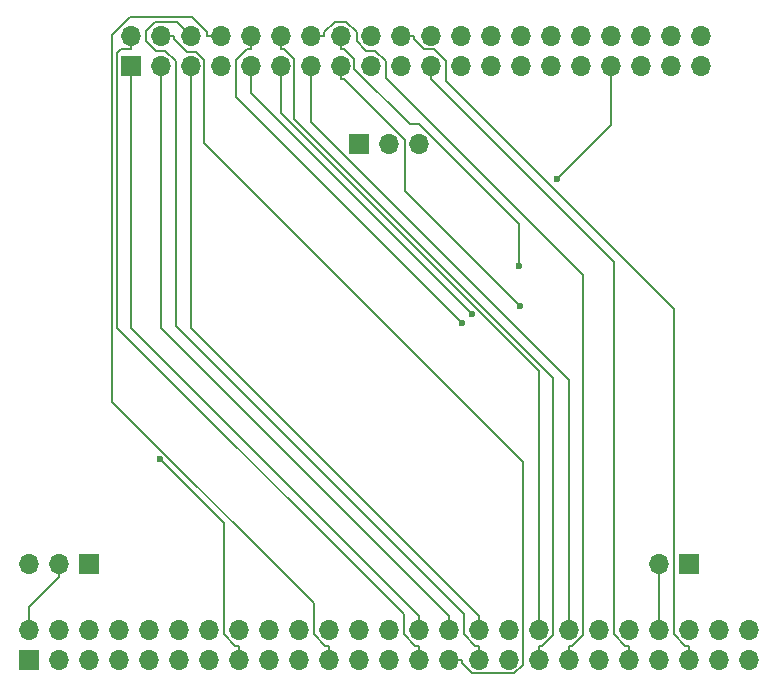
<source format=gbr>
%TF.GenerationSoftware,KiCad,Pcbnew,8.0.5*%
%TF.CreationDate,2024-10-04T15:41:34-04:00*%
%TF.ProjectId,MSX Adapter,4d535820-4164-4617-9074-65722e6b6963,rev?*%
%TF.SameCoordinates,Original*%
%TF.FileFunction,Copper,L1,Top*%
%TF.FilePolarity,Positive*%
%FSLAX46Y46*%
G04 Gerber Fmt 4.6, Leading zero omitted, Abs format (unit mm)*
G04 Created by KiCad (PCBNEW 8.0.5) date 2024-10-04 15:41:34*
%MOMM*%
%LPD*%
G01*
G04 APERTURE LIST*
%TA.AperFunction,ComponentPad*%
%ADD10R,1.700000X1.700000*%
%TD*%
%TA.AperFunction,ComponentPad*%
%ADD11O,1.700000X1.700000*%
%TD*%
%TA.AperFunction,ViaPad*%
%ADD12C,0.600000*%
%TD*%
%TA.AperFunction,Conductor*%
%ADD13C,0.200000*%
%TD*%
G04 APERTURE END LIST*
D10*
%TO.P,U1,1,CS1*%
%TO.N,Net-(J3-Pin_3)*%
X68580000Y-120396000D03*
D11*
%TO.P,U1,2,CS2*%
%TO.N,Net-(J3-Pin_2)*%
X68580000Y-117856000D03*
%TO.P,U1,3,CS12*%
%TO.N,Net-(J3-Pin_1)*%
X71120000Y-120396000D03*
%TO.P,U1,4,/STLSL*%
%TO.N,unconnected-(U1-{slash}STLSL-Pad4)*%
X71120000Y-117856000D03*
%TO.P,U1,5*%
%TO.N,N/C*%
X73660000Y-120396000D03*
%TO.P,U1,6,/RFSH*%
%TO.N,unconnected-(U1-{slash}RFSH-Pad6)*%
X73660000Y-117856000D03*
%TO.P,U1,7,/WAIT*%
%TO.N,/WAIT*%
X76200000Y-120396000D03*
%TO.P,U1,8,/INT*%
%TO.N,unconnected-(U1-{slash}INT-Pad8)*%
X76200000Y-117856000D03*
%TO.P,U1,9,/M1*%
%TO.N,unconnected-(U1-{slash}M1-Pad9)*%
X78740000Y-120396000D03*
%TO.P,U1,10,/BUSDIR*%
%TO.N,/SPARE4*%
X78740000Y-117856000D03*
%TO.P,U1,11,/IORQ*%
%TO.N,/IORQ*%
X81280000Y-120396000D03*
%TO.P,U1,12,/MEMRQ*%
%TO.N,/MEMRQ*%
X81280000Y-117856000D03*
%TO.P,U1,13,/WR*%
%TO.N,/RW*%
X83820000Y-120396000D03*
%TO.P,U1,14,/RD*%
%TO.N,/RD*%
X83820000Y-117856000D03*
%TO.P,U1,15,/RESET*%
%TO.N,/RESET*%
X86360000Y-120396000D03*
%TO.P,U1,16*%
%TO.N,N/C*%
X86360000Y-117856000D03*
%TO.P,U1,17,A9*%
%TO.N,/Z80_A9*%
X88900000Y-120396000D03*
%TO.P,U1,18,A15*%
%TO.N,/Z80_A15*%
X88900000Y-117856000D03*
%TO.P,U1,19,A11*%
%TO.N,/Z80_A11*%
X91440000Y-120396000D03*
%TO.P,U1,20,A10*%
%TO.N,/Z80_A10*%
X91440000Y-117856000D03*
%TO.P,U1,21,A7*%
%TO.N,/Z80_A7*%
X93980000Y-120396000D03*
%TO.P,U1,22,A6*%
%TO.N,/Z80_A6*%
X93980000Y-117856000D03*
%TO.P,U1,23,A12*%
%TO.N,/Z80_A12*%
X96520000Y-120396000D03*
%TO.P,U1,24,A8*%
%TO.N,/Z80_A8*%
X96520000Y-117856000D03*
%TO.P,U1,25,A14*%
%TO.N,/Z80_A14*%
X99060000Y-120396000D03*
%TO.P,U1,26,A13*%
%TO.N,/Z80_A13*%
X99060000Y-117856000D03*
%TO.P,U1,27,A1*%
%TO.N,/Z80_A1*%
X101600000Y-120396000D03*
%TO.P,U1,28,A0*%
%TO.N,/Z80_A0*%
X101600000Y-117856000D03*
%TO.P,U1,29,A3*%
%TO.N,/Z80_A3*%
X104140000Y-120396000D03*
%TO.P,U1,30,A2*%
%TO.N,/Z80_A2*%
X104140000Y-117856000D03*
%TO.P,U1,31,A5*%
%TO.N,/Z80_A5*%
X106680000Y-120396000D03*
%TO.P,U1,32,A4*%
%TO.N,/Z80_A4*%
X106680000Y-117856000D03*
%TO.P,U1,33,D1*%
%TO.N,/Z80_D1*%
X109220000Y-120396000D03*
%TO.P,U1,34,D0*%
%TO.N,/Z80_D0*%
X109220000Y-117856000D03*
%TO.P,U1,35,D3*%
%TO.N,/Z80_D3*%
X111760000Y-120396000D03*
%TO.P,U1,36,D2*%
%TO.N,/Z80_D2*%
X111760000Y-117856000D03*
%TO.P,U1,37,D5*%
%TO.N,/Z80_D5*%
X114300000Y-120396000D03*
%TO.P,U1,38,D4*%
%TO.N,/Z80_D4*%
X114300000Y-117856000D03*
%TO.P,U1,39,D7*%
%TO.N,/Z80_D7*%
X116840000Y-120396000D03*
%TO.P,U1,40,D6*%
%TO.N,/Z80_D6*%
X116840000Y-117856000D03*
%TO.P,U1,41,GND*%
%TO.N,/GND*%
X119380000Y-120396000D03*
%TO.P,U1,42,CLOCK*%
%TO.N,unconnected-(U1-CLOCK-Pad42)*%
X119380000Y-117856000D03*
%TO.P,U1,43,GND*%
%TO.N,unconnected-(U1-GND-Pad43)*%
X121920000Y-120396000D03*
%TO.P,U1,44,SW1*%
%TO.N,Net-(J2-Pin_2)*%
X121920000Y-117856000D03*
%TO.P,U1,45,+5V*%
%TO.N,/5V*%
X124460000Y-120396000D03*
%TO.P,U1,46,SW2*%
%TO.N,Net-(J2-Pin_1)*%
X124460000Y-117856000D03*
%TO.P,U1,47,+5V*%
%TO.N,unconnected-(U1-+5V-Pad47)*%
X127000000Y-120396000D03*
%TO.P,U1,48,+12V*%
%TO.N,unconnected-(U1-+12V-Pad48)*%
X127000000Y-117856000D03*
%TO.P,U1,49,SOUND_IN*%
%TO.N,unconnected-(U1-SOUND_IN-Pad49)*%
X129540000Y-120396000D03*
%TO.P,U1,50,-12V*%
%TO.N,unconnected-(U1--12V-Pad50)*%
X129540000Y-117856000D03*
%TD*%
D10*
%TO.P,J4,1,Pin_1*%
%TO.N,/SPARE1*%
X96520000Y-76708000D03*
D11*
%TO.P,J4,2,Pin_2*%
%TO.N,/SPARE2*%
X99060000Y-76708000D03*
%TO.P,J4,3,Pin_3*%
%TO.N,/SPARE3*%
X101600000Y-76708000D03*
%TD*%
D10*
%TO.P,J2,1,Pin_1*%
%TO.N,Net-(J2-Pin_1)*%
X124460000Y-112268000D03*
D11*
%TO.P,J2,2,Pin_2*%
%TO.N,Net-(J2-Pin_2)*%
X121920000Y-112268000D03*
%TD*%
D10*
%TO.P,J3,1,Pin_1*%
%TO.N,Net-(J3-Pin_1)*%
X73660000Y-112268000D03*
D11*
%TO.P,J3,2,Pin_2*%
%TO.N,Net-(J3-Pin_2)*%
X71120000Y-112268000D03*
%TO.P,J3,3,Pin_3*%
%TO.N,Net-(J3-Pin_3)*%
X68580000Y-112268000D03*
%TD*%
D10*
%TO.P,J1,1,Pin_1*%
%TO.N,/Z80_A0*%
X77216000Y-70104000D03*
D11*
%TO.P,J1,2,Pin_2*%
%TO.N,/Z80_A1*%
X77216000Y-67564000D03*
%TO.P,J1,3,Pin_3*%
%TO.N,/Z80_A2*%
X79756000Y-70104000D03*
%TO.P,J1,4,Pin_4*%
%TO.N,/Z80_A3*%
X79756000Y-67564000D03*
%TO.P,J1,5,Pin_5*%
%TO.N,/Z80_A4*%
X82296000Y-70104000D03*
%TO.P,J1,6,Pin_6*%
%TO.N,/Z80_A5*%
X82296000Y-67564000D03*
%TO.P,J1,7,Pin_7*%
%TO.N,/Z80_A6*%
X84836000Y-70104000D03*
%TO.P,J1,8,Pin_8*%
%TO.N,/Z80_A7*%
X84836000Y-67564000D03*
%TO.P,J1,9,Pin_9*%
%TO.N,/Z80_D0*%
X87376000Y-70104000D03*
%TO.P,J1,10,Pin_10*%
%TO.N,/Z80_D1*%
X87376000Y-67564000D03*
%TO.P,J1,11,Pin_11*%
%TO.N,/Z80_D2*%
X89916000Y-70104000D03*
%TO.P,J1,12,Pin_12*%
%TO.N,/Z80_D3*%
X89916000Y-67564000D03*
%TO.P,J1,13,Pin_13*%
%TO.N,/Z80_D4*%
X92456000Y-70104000D03*
%TO.P,J1,14,Pin_14*%
%TO.N,/Z80_D5*%
X92456000Y-67564000D03*
%TO.P,J1,15,Pin_15*%
%TO.N,/Z80_D6*%
X94996000Y-70104000D03*
%TO.P,J1,16,Pin_16*%
%TO.N,/Z80_D7*%
X94996000Y-67564000D03*
%TO.P,J1,17,Pin_17*%
%TO.N,/SPARE1*%
X97536000Y-70104000D03*
%TO.P,J1,18,Pin_18*%
%TO.N,/SPARE2*%
X97536000Y-67564000D03*
%TO.P,J1,19,Pin_19*%
%TO.N,/SPARE3*%
X100076000Y-70104000D03*
%TO.P,J1,20,Pin_20*%
%TO.N,/5V*%
X100076000Y-67564000D03*
%TO.P,J1,21,Pin_21*%
%TO.N,/GND*%
X102616000Y-70104000D03*
%TO.P,J1,22,Pin_22*%
%TO.N,/SPARE4*%
X102616000Y-67564000D03*
%TO.P,J1,23,Pin_23*%
%TO.N,/RESET*%
X105156000Y-70104000D03*
%TO.P,J1,24,Pin_24*%
%TO.N,/BUSACK*%
X105156000Y-67564000D03*
%TO.P,J1,25,Pin_25*%
%TO.N,/ROMCS*%
X107696000Y-70104000D03*
%TO.P,J1,26,Pin_26*%
%TO.N,/NMI*%
X107696000Y-67564000D03*
%TO.P,J1,27,Pin_27*%
%TO.N,/WAIT*%
X110236000Y-70104000D03*
%TO.P,J1,28,Pin_28*%
%TO.N,/BUSRQ*%
X110236000Y-67564000D03*
%TO.P,J1,29,Pin_29*%
%TO.N,/MEMRQ*%
X112776000Y-70104000D03*
%TO.P,J1,30,Pin_30*%
%TO.N,/IORQ*%
X112776000Y-67564000D03*
%TO.P,J1,31,Pin_31*%
%TO.N,/RW*%
X115316000Y-70104000D03*
%TO.P,J1,32,Pin_32*%
%TO.N,/RD*%
X115316000Y-67564000D03*
%TO.P,J1,33,Pin_33*%
%TO.N,/Z80_A8*%
X117856000Y-70104000D03*
%TO.P,J1,34,Pin_34*%
%TO.N,/Z80_A9*%
X117856000Y-67564000D03*
%TO.P,J1,35,Pin_35*%
%TO.N,/Z80_A10*%
X120396000Y-70104000D03*
%TO.P,J1,36,Pin_36*%
%TO.N,/Z80_A11*%
X120396000Y-67564000D03*
%TO.P,J1,37,Pin_37*%
%TO.N,/Z80_A12*%
X122936000Y-70104000D03*
%TO.P,J1,38,Pin_38*%
%TO.N,/Z80_A13*%
X122936000Y-67564000D03*
%TO.P,J1,39,Pin_39*%
%TO.N,/Z80_A14*%
X125476000Y-70104000D03*
%TO.P,J1,40,Pin_40*%
%TO.N,/Z80_A15*%
X125476000Y-67564000D03*
%TD*%
D12*
%TO.N,/RESET*%
X79702300Y-103440300D03*
%TO.N,/Z80_D7*%
X110071200Y-87102200D03*
%TO.N,/Z80_D1*%
X105309200Y-91864300D03*
%TO.N,/Z80_D0*%
X106083300Y-91136400D03*
%TO.N,/Z80_A8*%
X113310100Y-79681000D03*
%TO.N,/Z80_D6*%
X110227500Y-90482600D03*
%TD*%
D13*
%TO.N,/GND*%
X118110000Y-118242800D02*
X119111500Y-119244300D01*
X119111500Y-119244300D02*
X119380000Y-119244300D01*
X102616000Y-71255700D02*
X118110000Y-86749700D01*
X119380000Y-120396000D02*
X119380000Y-119244300D01*
X118110000Y-86749700D02*
X118110000Y-118242800D01*
X102616000Y-70104000D02*
X102616000Y-71255700D01*
%TO.N,/Z80_A2*%
X79756000Y-70104000D02*
X79756000Y-92320300D01*
X79756000Y-92320300D02*
X104140000Y-116704300D01*
X104140000Y-117856000D02*
X104140000Y-116704300D01*
%TO.N,/5V*%
X123190000Y-90682200D02*
X103886000Y-71378200D01*
X102916000Y-68715700D02*
X102091400Y-68715700D01*
X100076000Y-67564000D02*
X101227700Y-67564000D01*
X103886000Y-69685700D02*
X102916000Y-68715700D01*
X124460000Y-119244300D02*
X124191500Y-119244300D01*
X124460000Y-120396000D02*
X124460000Y-119244300D01*
X124191500Y-119244300D02*
X123190000Y-118242800D01*
X103886000Y-71378200D02*
X103886000Y-69685700D01*
X123190000Y-118242800D02*
X123190000Y-90682200D01*
X102091400Y-68715700D02*
X101227700Y-67852000D01*
X101227700Y-67852000D02*
X101227700Y-67564000D01*
%TO.N,/Z80_D5*%
X98806000Y-71183500D02*
X115487800Y-87865300D01*
X115487800Y-118325000D02*
X114568500Y-119244300D01*
X93607700Y-67564000D02*
X93607700Y-67276100D01*
X97141900Y-68834000D02*
X97954300Y-68834000D01*
X93607700Y-67276100D02*
X94487800Y-66396000D01*
X97954300Y-68834000D02*
X98806000Y-69685700D01*
X115487800Y-87865300D02*
X115487800Y-118325000D01*
X95469400Y-66396000D02*
X96347700Y-67274300D01*
X114300000Y-120396000D02*
X114300000Y-119244300D01*
X94487800Y-66396000D02*
X95469400Y-66396000D01*
X96347700Y-67274300D02*
X96347700Y-68039800D01*
X114568500Y-119244300D02*
X114300000Y-119244300D01*
X98806000Y-69685700D02*
X98806000Y-71183500D01*
X92456000Y-67564000D02*
X93607700Y-67564000D01*
X96347700Y-68039800D02*
X97141900Y-68834000D01*
%TO.N,/Z80_A4*%
X82296000Y-92320300D02*
X82296000Y-70104000D01*
X106680000Y-116704300D02*
X82296000Y-92320300D01*
X106680000Y-117856000D02*
X106680000Y-116704300D01*
%TO.N,/Z80_D2*%
X89916000Y-74117900D02*
X111760000Y-95961900D01*
X111760000Y-117856000D02*
X111760000Y-116704300D01*
X89916000Y-70104000D02*
X89916000Y-74117900D01*
X111760000Y-95961900D02*
X111760000Y-116704300D01*
%TO.N,/RESET*%
X85090000Y-118242800D02*
X86091500Y-119244300D01*
X79702300Y-103440300D02*
X85090000Y-108828000D01*
X85090000Y-108828000D02*
X85090000Y-118242800D01*
X86091500Y-119244300D02*
X86360000Y-119244300D01*
X86360000Y-120396000D02*
X86360000Y-119244300D01*
%TO.N,/Z80_A0*%
X101600000Y-116704300D02*
X77216000Y-92320300D01*
X101600000Y-117856000D02*
X101600000Y-116704300D01*
X77216000Y-92320300D02*
X77216000Y-70104000D01*
%TO.N,/Z80_A5*%
X81026000Y-69685700D02*
X81026000Y-92165600D01*
X79337600Y-68834000D02*
X80174300Y-68834000D01*
X81136900Y-66404900D02*
X79277700Y-66404900D01*
X106411500Y-119244300D02*
X106680000Y-119244300D01*
X82296000Y-67564000D02*
X81136900Y-66404900D01*
X79277700Y-66404900D02*
X78545900Y-67136700D01*
X81026000Y-92165600D02*
X105410000Y-116549600D01*
X106680000Y-120396000D02*
X106680000Y-119244300D01*
X78545900Y-68042300D02*
X79337600Y-68834000D01*
X78545900Y-67136700D02*
X78545900Y-68042300D01*
X80174300Y-68834000D02*
X81026000Y-69685700D01*
X105410000Y-116549600D02*
X105410000Y-118242800D01*
X105410000Y-118242800D02*
X106411500Y-119244300D01*
%TO.N,/Z80_D7*%
X94996000Y-67564000D02*
X94996000Y-68715700D01*
X101599200Y-75077700D02*
X110071200Y-83549700D01*
X95284000Y-68715700D02*
X96147700Y-69579400D01*
X96147700Y-69579400D02*
X96147700Y-70383700D01*
X110071200Y-83549700D02*
X110071200Y-87102200D01*
X94996000Y-68715700D02*
X95284000Y-68715700D01*
X96147700Y-70383700D02*
X100841700Y-75077700D01*
X100841700Y-75077700D02*
X101599200Y-75077700D01*
%TO.N,/Z80_A7*%
X84836000Y-67564000D02*
X83684300Y-67564000D01*
X93711500Y-119244300D02*
X92710000Y-118242800D01*
X92710000Y-118242800D02*
X92710000Y-115597100D01*
X93980000Y-119244300D02*
X93711500Y-119244300D01*
X75657000Y-67490000D02*
X77152700Y-65994300D01*
X82402500Y-65994300D02*
X83684300Y-67276100D01*
X93980000Y-120396000D02*
X93980000Y-119244300D01*
X75657000Y-98544100D02*
X75657000Y-67490000D01*
X77152700Y-65994300D02*
X82402500Y-65994300D01*
X92710000Y-115597100D02*
X75657000Y-98544100D01*
X83684300Y-67276100D02*
X83684300Y-67564000D01*
%TO.N,/Z80_D3*%
X89916000Y-68715700D02*
X90204000Y-68715700D01*
X112950600Y-118322200D02*
X112028500Y-119244300D01*
X91067700Y-69579400D02*
X91067700Y-74631000D01*
X90204000Y-68715700D02*
X91067700Y-69579400D01*
X112950600Y-96513900D02*
X112950600Y-118322200D01*
X111760000Y-120396000D02*
X111760000Y-119244300D01*
X91067700Y-74631000D02*
X112950600Y-96513900D01*
X112028500Y-119244300D02*
X111760000Y-119244300D01*
X89916000Y-67564000D02*
X89916000Y-68715700D01*
%TO.N,/Z80_A3*%
X83447700Y-69626900D02*
X82773100Y-68952300D01*
X105291700Y-120396000D02*
X105291700Y-120683900D01*
X79756000Y-67564000D02*
X80907700Y-67564000D01*
X80907700Y-67832500D02*
X80907700Y-67564000D01*
X110414500Y-120861900D02*
X110414500Y-103665400D01*
X106167300Y-121559500D02*
X109716900Y-121559500D01*
X109716900Y-121559500D02*
X110414500Y-120861900D01*
X105291700Y-120683900D02*
X106167300Y-121559500D01*
X82773100Y-68952300D02*
X82027500Y-68952300D01*
X83447700Y-76698600D02*
X83447700Y-69626900D01*
X82027500Y-68952300D02*
X80907700Y-67832500D01*
X110414500Y-103665400D02*
X83447700Y-76698600D01*
X104140000Y-120396000D02*
X105291700Y-120396000D01*
%TO.N,/Z80_D1*%
X86185400Y-69618400D02*
X86185400Y-72740500D01*
X87088100Y-68715700D02*
X86185400Y-69618400D01*
X87376000Y-68715700D02*
X87088100Y-68715700D01*
X86185400Y-72740500D02*
X105309200Y-91864300D01*
X87376000Y-67564000D02*
X87376000Y-68715700D01*
%TO.N,/Z80_D0*%
X87376000Y-70104000D02*
X87376000Y-71255700D01*
X87376000Y-71255700D02*
X87376000Y-72429100D01*
X87376000Y-72429100D02*
X106083300Y-91136400D01*
%TO.N,/Z80_A8*%
X117856000Y-75135100D02*
X113310100Y-79681000D01*
X117856000Y-70104000D02*
X117856000Y-75135100D01*
%TO.N,/Z80_A1*%
X77216000Y-67564000D02*
X77216000Y-68715700D01*
X77216000Y-68715700D02*
X76424200Y-68715700D01*
X101600000Y-120396000D02*
X101600000Y-119244300D01*
X100330000Y-116549600D02*
X100330000Y-118242800D01*
X76424200Y-68715700D02*
X76064300Y-69075600D01*
X76064300Y-92283900D02*
X100330000Y-116549600D01*
X76064300Y-69075600D02*
X76064300Y-92283900D01*
X101331500Y-119244300D02*
X101600000Y-119244300D01*
X100330000Y-118242800D02*
X101331500Y-119244300D01*
%TO.N,/Z80_D6*%
X110227500Y-90482600D02*
X100448300Y-80703400D01*
X94996000Y-70104000D02*
X94996000Y-71255700D01*
X100448300Y-76420100D02*
X95283900Y-71255700D01*
X100448300Y-80703400D02*
X100448300Y-76420100D01*
X95283900Y-71255700D02*
X94996000Y-71255700D01*
%TO.N,/Z80_D4*%
X114300000Y-96707000D02*
X92456000Y-74863000D01*
X92456000Y-70104000D02*
X92456000Y-71255700D01*
X92456000Y-74863000D02*
X92456000Y-71255700D01*
X114300000Y-117856000D02*
X114300000Y-96707000D01*
%TO.N,Net-(J2-Pin_2)*%
X121920000Y-112268000D02*
X121920000Y-117856000D01*
%TO.N,Net-(J3-Pin_2)*%
X68580000Y-115959700D02*
X68580000Y-117856000D01*
X71120000Y-113419700D02*
X68580000Y-115959700D01*
X71120000Y-112268000D02*
X71120000Y-113419700D01*
%TD*%
M02*

</source>
